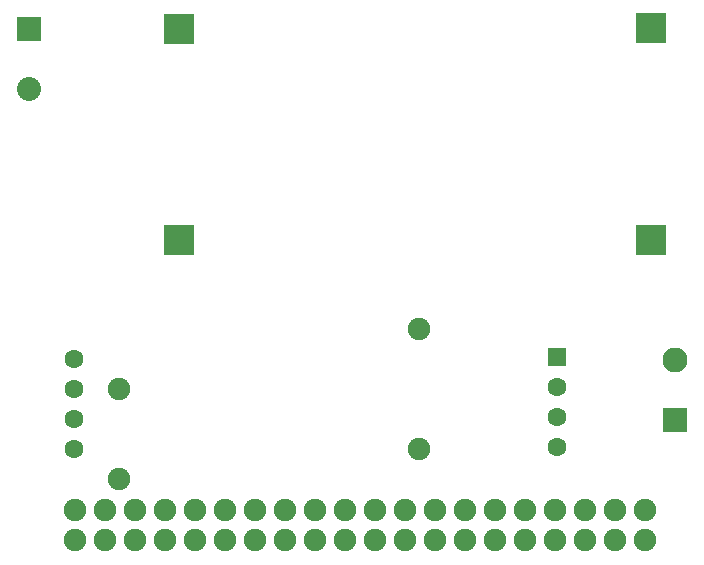
<source format=gbl>
G04 MADE WITH FRITZING*
G04 WWW.FRITZING.ORG*
G04 DOUBLE SIDED*
G04 HOLES PLATED*
G04 CONTOUR ON CENTER OF CONTOUR VECTOR*
%ASAXBY*%
%FSLAX23Y23*%
%MOIN*%
%OFA0B0*%
%SFA1.0B1.0*%
%ADD10C,0.078000*%
%ADD11C,0.075000*%
%ADD12C,0.075361*%
%ADD13C,0.062992*%
%ADD14C,0.083307*%
%ADD15C,0.080000*%
%ADD16R,0.101895X0.101895*%
%ADD17R,0.062992X0.062992*%
%ADD18R,0.083307X0.083307*%
%ADD19R,0.080000X0.080000*%
%LNCOPPER0*%
G90*
G70*
G54D10*
X2274Y1838D03*
X2274Y1132D03*
X702Y1132D03*
X701Y1834D03*
X2274Y1838D03*
X2274Y1132D03*
X702Y1132D03*
X701Y1834D03*
G54D11*
X501Y634D03*
X501Y334D03*
G54D12*
X354Y131D03*
X454Y131D03*
X554Y131D03*
X654Y131D03*
X754Y131D03*
X854Y131D03*
X954Y131D03*
X1054Y131D03*
X1154Y131D03*
X1254Y131D03*
X1354Y131D03*
X1454Y131D03*
X1554Y131D03*
X1654Y131D03*
X1754Y131D03*
X1854Y131D03*
X1954Y131D03*
X2054Y131D03*
X2154Y131D03*
X2254Y131D03*
X2254Y231D03*
X2154Y231D03*
X2054Y231D03*
X1954Y231D03*
X1854Y231D03*
X1754Y231D03*
X1654Y231D03*
X1554Y231D03*
X1454Y231D03*
X1354Y231D03*
X1254Y231D03*
X1154Y231D03*
X1054Y231D03*
X954Y231D03*
X854Y231D03*
X754Y231D03*
X654Y231D03*
X554Y231D03*
X454Y231D03*
X354Y231D03*
G54D13*
X351Y734D03*
X351Y634D03*
X351Y534D03*
X351Y434D03*
X1961Y742D03*
X1961Y642D03*
X1961Y542D03*
X1961Y442D03*
X351Y734D03*
X351Y634D03*
X351Y534D03*
X351Y434D03*
X1961Y742D03*
X1961Y642D03*
X1961Y542D03*
X1961Y442D03*
X351Y734D03*
X351Y634D03*
X351Y534D03*
X351Y434D03*
X1961Y742D03*
X1961Y642D03*
X1961Y542D03*
X1961Y442D03*
G54D11*
X1501Y434D03*
X1501Y834D03*
G54D14*
X2354Y531D03*
X2354Y731D03*
X2354Y531D03*
X2354Y731D03*
G54D15*
X201Y1834D03*
X201Y1634D03*
X201Y1834D03*
X201Y1634D03*
G54D16*
X702Y1132D03*
X2274Y1132D03*
X702Y1132D03*
X2274Y1838D03*
X701Y1834D03*
X702Y1132D03*
X2274Y1132D03*
X702Y1132D03*
X2274Y1838D03*
X701Y1834D03*
G54D17*
X1961Y742D03*
X1961Y742D03*
X1961Y742D03*
G54D18*
X2354Y531D03*
X2354Y531D03*
G54D19*
X201Y1834D03*
X201Y1834D03*
G04 End of Copper0*
M02*
</source>
